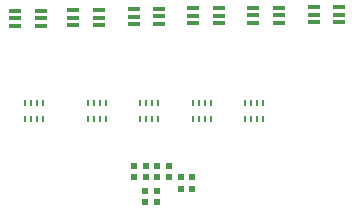
<source format=gbr>
%FSLAX25Y25*%
%MOIN*%
G04 EasyPC Gerber Version 18.0.8 Build 3632 *
%ADD29R,0.00600X0.02356*%
%ADD152R,0.02000X0.02000*%
%ADD28R,0.04200X0.01400*%
%ADD154R,0.02000X0.02000*%
X0Y0D02*
D02*
D28*
X73050Y108709D03*
Y111209D03*
Y113709D03*
X81650Y108709D03*
Y111268D03*
Y113827D03*
X92450Y108909D03*
Y111409D03*
Y113909D03*
X101050Y108909D03*
Y111468D03*
Y114027D03*
X112650Y109309D03*
Y111809D03*
Y114309D03*
X121250Y109309D03*
Y111868D03*
Y114427D03*
X132450Y109509D03*
Y112009D03*
Y114509D03*
X141050Y109509D03*
Y112068D03*
Y114627D03*
X152450Y109709D03*
Y112209D03*
Y114709D03*
X161050Y109709D03*
Y112268D03*
Y114827D03*
X172650Y109909D03*
Y112409D03*
Y114909D03*
X181250Y109909D03*
Y112468D03*
Y115027D03*
D02*
D29*
X76544Y77809D03*
Y82927D03*
X78513Y77809D03*
Y82927D03*
X80481Y77809D03*
Y82927D03*
X82450Y77809D03*
Y82927D03*
X97444Y77809D03*
Y82927D03*
X99413Y77809D03*
Y82927D03*
X101381Y77809D03*
Y82927D03*
X103350Y77809D03*
Y82927D03*
X114944Y77809D03*
Y82927D03*
X116913Y77809D03*
Y82927D03*
X118881Y77809D03*
Y82927D03*
X120850Y77809D03*
Y82927D03*
X132444Y77809D03*
Y82927D03*
X134413Y77809D03*
Y82927D03*
X136381Y77809D03*
Y82927D03*
X138350Y77809D03*
Y82927D03*
X149944Y77809D03*
Y82927D03*
X151913Y77809D03*
Y82927D03*
X153881Y77809D03*
Y82927D03*
X155850Y77809D03*
Y82927D03*
D02*
D152*
X112950Y58209D03*
Y62109D03*
X116750Y58209D03*
Y62109D03*
X120550Y58209D03*
Y62109D03*
X124350Y58209D03*
Y62109D03*
D02*
D154*
X116550Y50009D03*
Y53809D03*
X120450Y50009D03*
Y53809D03*
X128350Y54409D03*
Y58209D03*
X132250Y54409D03*
Y58209D03*
X0Y0D02*
M02*

</source>
